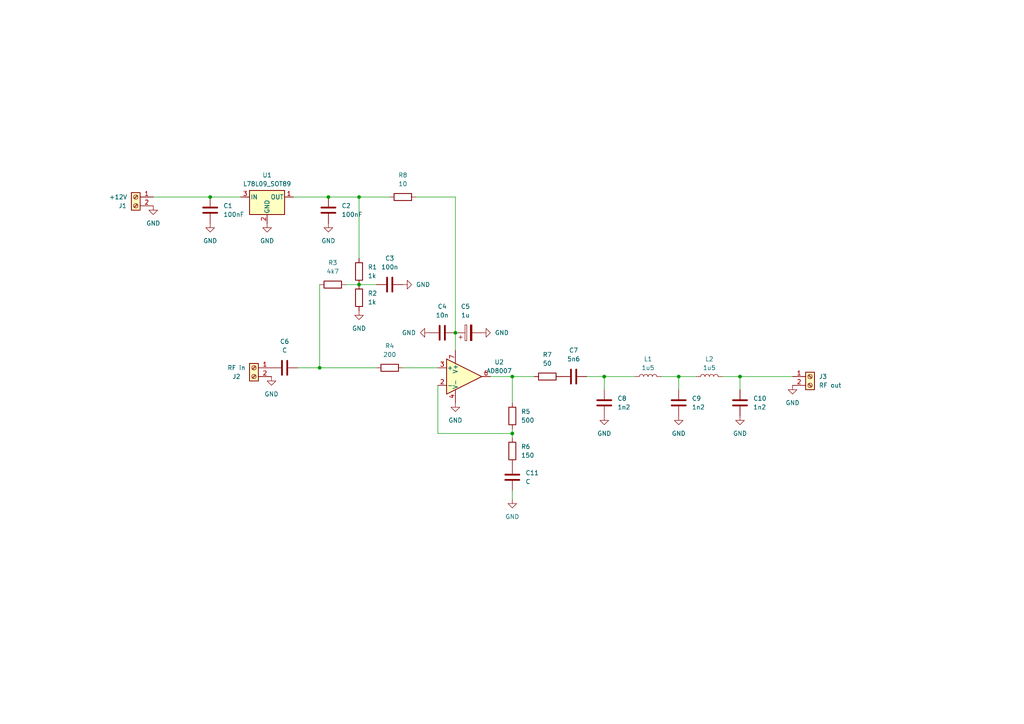
<source format=kicad_sch>
(kicad_sch (version 20230121) (generator eeschema)
  (paper "A4")
  (title_block (title "K2 IF Buffer Amplifier") (date "2023-11-17") (rev "1") (company "DJ5CW") (comment 1 "Schematics by Clifton Laboratories") (comment 2 "Jack R. Smith (K8ZOA), Z10000-K2"))
  (lib_symbols
    (symbol "Connector:Screw_Terminal_01x02" (pin_names (offset 1.016) hide)
      (property "Reference" "J" (at 0 2.54 0))
      (property "Value" "Screw_Terminal_01x02" (at 0 -5.08 0))
      (symbol "Screw_Terminal_01x02_1_1"
        (rectangle (start -1.27 1.27) (end 1.27 -3.81) (stroke (width 0.254)) (fill (type background)))
        (circle (center 0 -2.54) (radius 0.635) (stroke (width 0.1524)))
        (polyline (pts (xy -0.5334 -2.2098) (xy 0.3302 -3.048)) (stroke (width 0.1524)))
        (polyline (pts (xy -0.5334 0.3302) (xy 0.3302 -0.508)) (stroke (width 0.1524)))
        (polyline (pts (xy -0.3556 -2.032) (xy 0.508 -2.8702)) (stroke (width 0.1524)))
        (polyline (pts (xy -0.3556 0.508) (xy 0.508 -0.3302)) (stroke (width 0.1524)))
        (circle (center 0 0) (radius 0.635) (stroke (width 0.1524)))
        (pin passive line (at -5.08 0 0) (length 3.81) (name "Pin_1") (number "1"))
        (pin passive line (at -5.08 -2.54 0) (length 3.81) (name "Pin_2") (number "2"))
      )
    )
    (symbol "Device:C" (pin_numbers hide) (pin_names (offset 0.254))
      (property "Reference" "C" (at 0.635 2.54 0))
      (property "Value" "C" (at 0.635 -2.54 0))
      (symbol "C_0_1"
        (polyline (pts (xy -2.032 -0.762) (xy 2.032 -0.762)) (stroke (width 0.508)))
        (polyline (pts (xy -2.032 0.762) (xy 2.032 0.762)) (stroke (width 0.508)))
      )
      (symbol "C_1_1"
        (pin passive line (at 0 3.81 270) (length 2.794) (name "~") (number "1"))
        (pin passive line (at 0 -3.81 90) (length 2.794) (name "~") (number "2"))
      )
    )
    (symbol "Device:C_Polarized" (pin_numbers hide) (pin_names (offset 0.254))
      (property "Reference" "C" (at 0.635 2.54 0))
      (property "Value" "C_Polarized" (at 0.635 -2.54 0))
      (symbol "C_Polarized_0_1"
        (rectangle (start -2.286 0.508) (end 2.286 1.016))
        (polyline (pts (xy -1.778 2.286) (xy -0.762 2.286)))
        (polyline (pts (xy -1.27 2.794) (xy -1.27 1.778)))
        (rectangle (start 2.286 -0.508) (end -2.286 -1.016) (fill (type outline)))
      )
      (symbol "C_Polarized_1_1"
        (pin passive line (at 0 3.81 270) (length 2.794) (name "~") (number "1"))
        (pin passive line (at 0 -3.81 90) (length 2.794) (name "~") (number "2"))
      )
    )
    (symbol "Device:L" (pin_numbers hide) (pin_names (offset 1.016) hide)
      (property "Reference" "L" (at -1.27 0 90))
      (property "Value" "L" (at 1.905 0 90))
      (symbol "L_0_1"
        (arc (start 0 -2.54) (mid 0.6323 -1.905) (end 0 -1.27))
        (arc (start 0 -1.27) (mid 0.6323 -0.635) (end 0 0))
        (arc (start 0 0) (mid 0.6323 0.635) (end 0 1.27))
        (arc (start 0 1.27) (mid 0.6323 1.905) (end 0 2.54))
      )
      (symbol "L_1_1"
        (pin passive line (at 0 3.81 270) (length 1.27) (name "1") (number "1"))
        (pin passive line (at 0 -3.81 90) (length 1.27) (name "2") (number "2"))
      )
    )
    (symbol "Device:R" (pin_numbers hide) (pin_names (offset 0))
      (property "Reference" "R" (at 2.032 0 90))
      (property "Value" "R" (at 0 0 90))
      (symbol "R_0_1"
        (rectangle (start -1.016 -2.54) (end 1.016 2.54) (stroke (width 0.254)))
      )
      (symbol "R_1_1"
        (pin passive line (at 0 3.81 270) (length 1.27) (name "~") (number "1"))
        (pin passive line (at 0 -3.81 90) (length 1.27) (name "~") (number "2"))
      )
    )
    (symbol "Regulator_Linear:L78L09_SOT89" (pin_names (offset 0.254))
      (property "Reference" "U" (at -3.81 3.175 0))
      (property "Value" "L78L09_SOT89" (at -0.635 3.175 0))
      (symbol "L78L09_SOT89_0_1"
        (rectangle (start -5.08 1.905) (end 5.08 -5.08) (stroke (width 0.254)) (fill (type background)))
      )
      (symbol "L78L09_SOT89_1_1"
        (pin power_out line (at 7.62 0 180) (length 2.54) (name "OUT") (number "1"))
        (pin power_in line (at 0 -7.62 90) (length 2.54) (name "GND") (number "2"))
        (pin power_in line (at -7.62 0 0) (length 2.54) (name "IN") (number "3"))
      )
    )
    (symbol "k2-if-buffer-parts:AD8007" (pin_names (offset 0.127))
      (property "Reference" "U" (at 0 6.35 0))
      (property "Value" "AD8007" (at 0 3.81 0))
      (symbol "AD8007_0_1"
        (polyline (pts (xy -5.08 5.08) (xy 5.08 0) (xy -5.08 -5.08) (xy -5.08 5.08)) (stroke (width 0.254)) (fill (type background)))
      )
      (symbol "AD8007_1_1"
        (pin no_connect line (at -2.54 2.54 270) (length 2.54) hide (name "NC") (number "1"))
        (pin input line (at -7.62 -2.54 0) (length 2.54) (name "-") (number "2"))
        (pin input line (at -7.62 2.54 0) (length 2.54) (name "+") (number "3"))
        (pin power_in line (at -2.54 -7.62 90) (length 3.81) (name "V-") (number "4"))
        (pin no_connect line (at 0 2.54 270) (length 2.54) hide (name "NC") (number "5"))
        (pin output line (at 7.62 0 180) (length 2.54) (name "~") (number "6"))
        (pin power_in line (at -2.54 7.62 270) (length 3.81) (name "V+") (number "7"))
        (pin no_connect line (at 0 -2.54 90) (length 2.54) hide (name "NC") (number "8"))
      )
    )
    (symbol "power:GND" (power) (pin_names (offset 0))
      (property "Value" "GND" (at 0 -3.81 0))
      (symbol "GND_0_1"
        (polyline (pts (xy 0 0) (xy 0 -1.27) (xy 1.27 -1.27) (xy 0 -2.54) (xy -1.27 -1.27) (xy 0 -1.27)))
      )
      (symbol "GND_1_1"
        (pin power_in line (at 0 0 270) (length 0) hide (name "GND") (number "1"))
      )
    )
  )
  (junction (at 132.08 96.52))
  (junction (at 148.59 125.73))
  (junction (at 92.71 106.68))
  (junction (at 104.14 82.55))
  (junction (at 104.14 57.15))
  (junction (at 175.26 109.22))
  (junction (at 148.59 109.22))
  (junction (at 95.25 57.15))
  (junction (at 60.96 57.15))
  (junction (at 214.63 109.22))
  (junction (at 196.85 109.22))
  (wire (pts (xy 44.45 57.15) (xy 60.96 57.15)))
  (wire (pts (xy 214.63 109.22) (xy 214.63 113.03)))
  (wire (pts (xy 148.59 109.22) (xy 154.94 109.22)))
  (wire (pts (xy 120.65 57.15) (xy 132.08 57.15)))
  (wire (pts (xy 148.59 125.73) (xy 148.59 124.46)))
  (wire (pts (xy 95.25 57.15) (xy 104.14 57.15)))
  (wire (pts (xy 175.26 109.22) (xy 175.26 113.03)))
  (wire (pts (xy 100.33 82.55) (xy 104.14 82.55)))
  (wire (pts (xy 104.14 57.15) (xy 104.14 74.93)))
  (wire (pts (xy 214.63 109.22) (xy 229.87 109.22)))
  (wire (pts (xy 196.85 109.22) (xy 201.93 109.22)))
  (wire (pts (xy 148.59 127) (xy 148.59 125.73)))
  (wire (pts (xy 132.08 96.52) (xy 132.08 101.6)))
  (wire (pts (xy 142.24 109.22) (xy 148.59 109.22)))
  (wire (pts (xy 148.59 144.78) (xy 148.59 142.24)))
  (wire (pts (xy 132.08 57.15) (xy 132.08 96.52)))
  (wire (pts (xy 60.96 57.15) (xy 69.85 57.15)))
  (wire (pts (xy 196.85 113.03) (xy 196.85 109.22)))
  (wire (pts (xy 127 111.76) (xy 127 125.73)))
  (wire (pts (xy 109.22 82.55) (xy 104.14 82.55)))
  (wire (pts (xy 92.71 106.68) (xy 109.22 106.68)))
  (wire (pts (xy 116.84 106.68) (xy 127 106.68)))
  (wire (pts (xy 104.14 57.15) (xy 113.03 57.15)))
  (wire (pts (xy 191.77 109.22) (xy 196.85 109.22)))
  (wire (pts (xy 148.59 116.84) (xy 148.59 109.22)))
  (wire (pts (xy 127 125.73) (xy 148.59 125.73)))
  (wire (pts (xy 209.55 109.22) (xy 214.63 109.22)))
  (wire (pts (xy 86.36 106.68) (xy 92.71 106.68)))
  (wire (pts (xy 170.18 109.22) (xy 175.26 109.22)))
  (wire (pts (xy 175.26 109.22) (xy 184.15 109.22)))
  (wire (pts (xy 92.71 82.55) (xy 92.71 106.68)))
  (wire (pts (xy 85.09 57.15) (xy 95.25 57.15)))
  (symbol (lib_id "Connector:Screw_Terminal_01x02") (at 234.95 109.22 0) (unit 1)
    (property "Reference" "J3" (at 237.49 109.22 0) (effects (justify left)))
    (property "Value" "RF out" (at 237.49 111.76 0) (effects (justify left)))
    (property "Footprint" "Connector_Wuerth:Wuerth_WR-WTB_64800211622_1x02_P1.50mm_Vertical" (effects hide))
  )
  (symbol (lib_id "Device:R") (at 96.52 82.55 90) (unit 1)
    (property "Reference" "R3" (at 96.52 76.2 90))
    (property "Value" "4k7" (at 96.52 78.74 90))
    (property "Footprint" "Resistor_SMD:R_0603_1608Metric_Pad0.98x0.95mm_HandSolder" (effects hide))
  )
  (symbol (lib_id "Device:C") (at 113.03 82.55 90) (unit 1)
    (property "Reference" "C3" (at 113.03 74.93 90))
    (property "Value" "100n" (at 113.03 77.47 90))
    (property "Footprint" "Capacitor_SMD:C_0603_1608Metric_Pad1.08x0.95mm_HandSolder" (effects hide))
  )
  (symbol (lib_id "Device:L") (at 187.96 109.22 90) (unit 1)
    (property "Reference" "L1" (at 187.96 104.14 90))
    (property "Value" "1u5" (at 187.96 106.68 90))
    (property "Footprint" "Inductor_SMD:L_0805_2012Metric_Pad1.05x1.20mm_HandSolder" (effects hide))
  )
  (symbol (lib_id "Device:C") (at 60.96 60.96 0) (unit 1)
    (property "Reference" "C1" (at 64.77 59.69 0) (effects (justify left)))
    (property "Value" "100nF" (at 64.77 62.23 0) (effects (justify left)))
    (property "Footprint" "Capacitor_SMD:C_0603_1608Metric_Pad1.08x0.95mm_HandSolder" (effects hide))
  )
  (symbol (lib_id "power:GND") (at 60.96 64.77 0) (unit 1)
    (property "Reference" "#PWR01" (effects hide))
    (property "Value" "GND" (at 60.96 69.85 0))
  )
  (symbol (lib_id "Device:R") (at 158.75 109.22 90) (unit 1)
    (property "Reference" "R7" (at 158.75 102.87 90))
    (property "Value" "50" (at 158.75 105.41 90))
    (property "Footprint" "Resistor_SMD:R_0603_1608Metric_Pad0.98x0.95mm_HandSolder" (effects hide))
  )
  (symbol (lib_id "power:GND") (at 148.59 144.78 0) (unit 1)
    (property "Reference" "#PWR07" (effects hide))
    (property "Value" "GND" (at 148.59 149.86 0))
  )
  (symbol (lib_id "power:GND") (at 139.7 96.52 90) (unit 1)
    (property "Reference" "#PWR011" (effects hide))
    (property "Value" "GND" (at 143.51 96.52 90) (effects (justify right)))
  )
  (symbol (lib_id "Device:R") (at 113.03 106.68 90) (unit 1)
    (property "Reference" "R4" (at 113.03 100.33 90))
    (property "Value" "200" (at 113.03 102.87 90))
    (property "Footprint" "Resistor_SMD:R_0603_1608Metric_Pad0.98x0.95mm_HandSolder" (effects hide))
  )
  (symbol (lib_id "Connector:Screw_Terminal_01x02") (at 73.66 106.68 0) (mirror y) (unit 1)
    (property "Reference" "J2" (at 68.58 109.22 0))
    (property "Value" "RF in" (at 68.58 106.68 0))
    (property "Footprint" "Connector_Wuerth:Wuerth_WR-WTB_64800211622_1x02_P1.50mm_Vertical" (effects hide))
  )
  (symbol (lib_id "Regulator_Linear:L78L09_SOT89") (at 77.47 57.15 0) (unit 1)
    (property "Reference" "U1" (at 77.47 50.8 0))
    (property "Value" "L78L09_SOT89" (at 77.47 53.34 0))
    (property "Footprint" "Package_TO_SOT_SMD:SOT-89-3" (effects hide))
    (property "Datasheet" "http://www.st.com/content/ccc/resource/technical/document/datasheet/15/55/e5/aa/23/5b/43/fd/CD00000446.pdf/files/CD00000446.pdf/jcr:content/translations/en.CD00000446.pdf" (effects hide))
  )
  (symbol (lib_id "power:GND") (at 214.63 120.65 0) (unit 1)
    (property "Reference" "#PWR010" (effects hide))
    (property "Value" "GND" (at 214.63 125.73 0))
  )
  (symbol (lib_id "power:GND") (at 44.45 59.69 0) (unit 1)
    (property "Reference" "#PWR013" (effects hide))
    (property "Value" "GND" (at 44.45 64.77 0))
  )
  (symbol (lib_id "power:GND") (at 95.25 64.77 0) (unit 1)
    (property "Reference" "#PWR03" (effects hide))
    (property "Value" "GND" (at 95.25 69.85 0))
  )
  (symbol (lib_id "Device:C") (at 128.27 96.52 90) (unit 1)
    (property "Reference" "C4" (at 128.27 88.9 90))
    (property "Value" "10n" (at 128.27 91.44 90))
    (property "Footprint" "Capacitor_SMD:C_0603_1608Metric_Pad1.08x0.95mm_HandSolder" (effects hide))
  )
  (symbol (lib_id "power:GND") (at 116.84 82.55 90) (unit 1)
    (property "Reference" "#PWR04" (effects hide))
    (property "Value" "GND" (at 120.65 82.55 90) (effects (justify right)))
  )
  (symbol (lib_id "power:GND") (at 104.14 90.17 0) (unit 1)
    (property "Reference" "#PWR05" (effects hide))
    (property "Value" "GND" (at 104.14 95.25 0))
  )
  (symbol (lib_id "Device:R") (at 104.14 86.36 0) (unit 1)
    (property "Reference" "R2" (at 106.68 85.09 0) (effects (justify left)))
    (property "Value" "1k" (at 106.68 87.63 0) (effects (justify left)))
    (property "Footprint" "Resistor_SMD:R_0603_1608Metric_Pad0.98x0.95mm_HandSolder" (effects hide))
  )
  (symbol (lib_id "power:GND") (at 124.46 96.52 270) (unit 1)
    (property "Reference" "#PWR012" (effects hide))
    (property "Value" "GND" (at 120.65 96.52 90) (effects (justify right)))
  )
  (symbol (lib_id "power:GND") (at 78.74 109.22 0) (unit 1)
    (property "Reference" "#PWR014" (effects hide))
    (property "Value" "GND" (at 78.74 114.3 0))
  )
  (symbol (lib_id "Device:C") (at 148.59 138.43 180) (unit 1)
    (property "Reference" "C11" (at 152.4 137.16 0) (effects (justify right)))
    (property "Value" "C" (at 152.4 139.7 0) (effects (justify right)))
    (property "Footprint" "Capacitor_SMD:C_0603_1608Metric_Pad1.08x0.95mm_HandSolder" (effects hide))
  )
  (symbol (lib_id "Device:C") (at 95.25 60.96 0) (unit 1)
    (property "Reference" "C2" (at 99.06 59.69 0) (effects (justify left)))
    (property "Value" "100nF" (at 99.06 62.23 0) (effects (justify left)))
    (property "Footprint" "Capacitor_SMD:C_0603_1608Metric_Pad1.08x0.95mm_HandSolder" (effects hide))
  )
  (symbol (lib_id "power:GND") (at 229.87 111.76 0) (unit 1)
    (property "Reference" "#PWR015" (effects hide))
    (property "Value" "GND" (at 229.87 116.84 0))
  )
  (symbol (lib_id "power:GND") (at 175.26 120.65 0) (unit 1)
    (property "Reference" "#PWR08" (effects hide))
    (property "Value" "GND" (at 175.26 125.73 0))
  )
  (symbol (lib_id "Device:L") (at 205.74 109.22 90) (unit 1)
    (property "Reference" "L2" (at 205.74 104.14 90))
    (property "Value" "1u5" (at 205.74 106.68 90))
    (property "Footprint" "Inductor_SMD:L_0805_2012Metric_Pad1.05x1.20mm_HandSolder" (effects hide))
  )
  (symbol (lib_id "Device:C") (at 196.85 116.84 180) (unit 1)
    (property "Reference" "C9" (at 200.66 115.57 0) (effects (justify right)))
    (property "Value" "1n2" (at 200.66 118.11 0) (effects (justify right)))
    (property "Footprint" "Capacitor_SMD:C_0603_1608Metric_Pad1.08x0.95mm_HandSolder" (effects hide))
  )
  (symbol (lib_id "Connector:Screw_Terminal_01x02") (at 39.37 57.15 0) (mirror y) (unit 1)
    (property "Reference" "J1" (at 35.56 59.69 0))
    (property "Value" "+12V" (at 34.29 57.15 0))
    (property "Footprint" "Connector_Wuerth:Wuerth_WR-WTB_64800211622_1x02_P1.50mm_Vertical" (effects hide))
  )
  (symbol (lib_id "Device:C") (at 166.37 109.22 90) (unit 1)
    (property "Reference" "C7" (at 166.37 101.6 90))
    (property "Value" "5n6" (at 166.37 104.14 90))
    (property "Footprint" "Capacitor_SMD:C_0603_1608Metric_Pad1.08x0.95mm_HandSolder" (effects hide))
  )
  (symbol (lib_id "Device:R") (at 104.14 78.74 0) (unit 1)
    (property "Reference" "R1" (at 106.68 77.47 0) (effects (justify left)))
    (property "Value" "1k" (at 106.68 80.01 0) (effects (justify left)))
    (property "Footprint" "Resistor_SMD:R_0603_1608Metric_Pad0.98x0.95mm_HandSolder" (effects hide))
  )
  (symbol (lib_id "power:GND") (at 77.47 64.77 0) (unit 1)
    (property "Reference" "#PWR02" (effects hide))
    (property "Value" "GND" (at 77.47 69.85 0))
  )
  (symbol (lib_id "Device:C") (at 82.55 106.68 90) (unit 1)
    (property "Reference" "C6" (at 82.55 99.06 90))
    (property "Value" "C" (at 82.55 101.6 90))
    (property "Footprint" "Capacitor_SMD:C_0603_1608Metric_Pad1.08x0.95mm_HandSolder" (effects hide))
  )
  (symbol (lib_id "Device:R") (at 116.84 57.15 90) (unit 1)
    (property "Reference" "R8" (at 116.84 50.8 90))
    (property "Value" "10" (at 116.84 53.34 90))
    (property "Footprint" "Resistor_SMD:R_0603_1608Metric_Pad0.98x0.95mm_HandSolder" (effects hide))
  )
  (symbol (lib_id "Device:C") (at 214.63 116.84 180) (unit 1)
    (property "Reference" "C10" (at 218.44 115.57 0) (effects (justify right)))
    (property "Value" "1n2" (at 218.44 118.11 0) (effects (justify right)))
    (property "Footprint" "Capacitor_SMD:C_0603_1608Metric_Pad1.08x0.95mm_HandSolder" (effects hide))
  )
  (symbol (lib_id "power:GND") (at 132.08 116.84 0) (unit 1)
    (property "Reference" "#PWR06" (effects hide))
    (property "Value" "GND" (at 132.08 121.92 0))
  )
  (symbol (lib_id "power:GND") (at 196.85 120.65 0) (unit 1)
    (property "Reference" "#PWR09" (effects hide))
    (property "Value" "GND" (at 196.85 125.73 0))
  )
  (symbol (lib_id "Device:R") (at 148.59 120.65 180) (unit 1)
    (property "Reference" "R5" (at 151.13 119.38 0) (effects (justify right)))
    (property "Value" "500" (at 151.13 121.92 0) (effects (justify right)))
    (property "Footprint" "Resistor_SMD:R_0603_1608Metric_Pad0.98x0.95mm_HandSolder" (effects hide))
  )
  (symbol (lib_id "Device:C_Polarized") (at 135.89 96.52 90) (unit 1)
    (property "Reference" "C5" (at 135.001 88.9 90))
    (property "Value" "1u" (at 135.001 91.44 90))
    (property "Footprint" "Capacitor_SMD:CP_Elec_8x10.5" (effects hide))
  )
  (symbol (lib_id "Device:R") (at 148.59 130.81 0) (unit 1)
    (property "Reference" "R6" (at 151.13 129.54 0) (effects (justify left)))
    (property "Value" "150" (at 151.13 132.08 0) (effects (justify left)))
    (property "Footprint" "Resistor_SMD:R_0603_1608Metric_Pad0.98x0.95mm_HandSolder" (effects hide))
  )
  (symbol (lib_id "Device:C") (at 175.26 116.84 180) (unit 1)
    (property "Reference" "C8" (at 179.07 115.57 0) (effects (justify right)))
    (property "Value" "1n2" (at 179.07 118.11 0) (effects (justify right)))
    (property "Footprint" "Capacitor_SMD:C_0603_1608Metric_Pad1.08x0.95mm_HandSolder" (effects hide))
  )
  (symbol (lib_id "k2-if-buffer-parts:AD8007") (at 134.62 109.22 0) (unit 1)
    (property "Reference" "U2" (at 144.78 105.0291 0))
    (property "Value" "AD8007" (at 144.78 107.5691 0))
    (property "Footprint" "Package_SO:SOIC-8_3.9x4.9mm_P1.27mm" (effects hide))
    (property "Datasheet" "https://www.analog.com/media/en/technical-documentation/data-sheets/AD8007_8008.pdf" (effects hide))
  )
)
</source>
